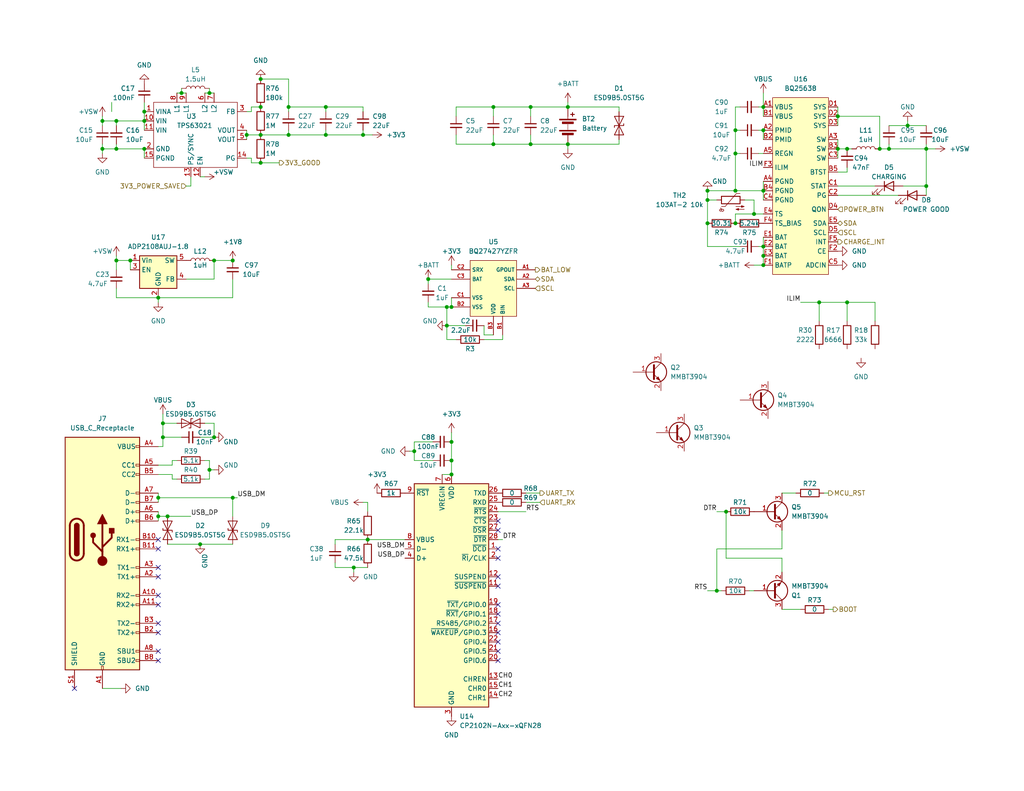
<source format=kicad_sch>
(kicad_sch (version 20230121) (generator eeschema)
  (paper "USLetter")
  (lib_symbols
    (symbol "Connector:USB_C_Receptacle" (pin_names (offset 1.016))
      (property "Reference" "J4" (at 0 33.02 0))
      (property "Value" "USB_C_Receptacle" (at 0 30.48 0))
      (symbol "USB_C_Receptacle_1_1"
        (pin passive line (at 0 -40.64 90) (length 5.08) (name "GND") (number "A1"))
        (pin bidirectional line (at 15.24 -15.24 180) (length 5.08) (name "RX2-") (number "A10"))
        (pin bidirectional line (at 15.24 -17.78 180) (length 5.08) (name "RX2+") (number "A11"))
        (pin passive line (at 0 -40.64 90) (length 5.08) hide (name "GND") (number "A12"))
        (pin bidirectional line (at 15.24 -10.16 180) (length 5.08) (name "TX1+") (number "A2"))
        (pin bidirectional line (at 15.24 -7.62 180) (length 5.08) (name "TX1-") (number "A3"))
        (pin passive line (at 15.24 25.4 180) (length 5.08) (name "VBUS") (number "A4"))
        (pin bidirectional line (at 15.24 20.32 180) (length 5.08) (name "CC1") (number "A5"))
        (pin bidirectional line (at 15.24 7.62 180) (length 5.08) (name "D+") (number "A6"))
        (pin bidirectional line (at 15.24 12.7 180) (length 5.08) (name "D-") (number "A7"))
        (pin bidirectional line (at 15.24 -30.48 180) (length 5.08) (name "SBU1") (number "A8"))
        (pin passive line (at 15.24 25.4 180) (length 5.08) hide (name "VBUS") (number "A9"))
        (pin passive line (at 0 -40.64 90) (length 5.08) hide (name "GND") (number "B1"))
        (pin bidirectional line (at 15.24 0 180) (length 5.08) (name "RX1-") (number "B10"))
        (pin bidirectional line (at 15.24 -2.54 180) (length 5.08) (name "RX1+") (number "B11"))
        (pin passive line (at 0 -40.64 90) (length 5.08) hide (name "GND") (number "B12"))
        (pin bidirectional line (at 15.24 -25.4 180) (length 5.08) (name "TX2+") (number "B2"))
        (pin bidirectional line (at 15.24 -22.86 180) (length 5.08) (name "TX2-") (number "B3"))
        (pin passive line (at 15.24 25.4 180) (length 5.08) hide (name "VBUS") (number "B4"))
        (pin bidirectional line (at 15.24 17.78 180) (length 5.08) (name "CC2") (number "B5"))
        (pin bidirectional line (at 15.24 5.08 180) (length 5.08) (name "D+") (number "B6"))
        (pin bidirectional line (at 15.24 10.16 180) (length 5.08) (name "D-") (number "B7"))
        (pin bidirectional line (at 15.24 -33.02 180) (length 5.08) (name "SBU2") (number "B8"))
        (pin passive line (at 15.24 25.4 180) (length 5.08) hide (name "VBUS") (number "B9"))
        (pin passive line (at -7.62 -40.64 90) (length 5.08) (name "SHIELD") (number "S1"))
      )
    )
    (symbol "Device:Battery" (pin_numbers hide) (pin_names (offset 0) hide)
      (property "Reference" "BT" (at 2.54 2.54 0))
      (property "Value" "Battery" (at 2.54 0 0))
      (symbol "Battery_1_1"
        (pin passive line (at 0 5.08 270) (length 2.54) (name "+") (number "1"))
        (pin passive line (at 0 -5.08 90) (length 2.54) (name "-") (number "2"))
      )
    )
    (symbol "Device:C_Small" (pin_numbers hide) (pin_names (offset 0.254) hide)
      (property "Reference" "C" (at 0.254 1.778 0))
      (property "Value" "C_Small" (at 0.254 -2.032 0))
      (symbol "C_Small_1_1"
        (pin passive line (at 0 2.54 270) (length 2.032) (name "~") (number "1"))
        (pin passive line (at 0 -2.54 90) (length 2.032) (name "~") (number "2"))
      )
    )
    (symbol "Device:L" (pin_numbers hide) (pin_names (offset 1.016) hide)
      (property "Reference" "L" (at -1.27 0 90))
      (property "Value" "L" (at 1.905 0 90))
      (symbol "L_1_1"
        (pin passive line (at 0 3.81 270) (length 1.27) (name "1") (number "1"))
        (pin passive line (at 0 -3.81 90) (length 1.27) (name "2") (number "2"))
      )
    )
    (symbol "Device:LED" (pin_numbers hide) (pin_names (offset 1.016) hide)
      (property "Reference" "D" (at 0 2.54 0))
      (property "Value" "LED" (at 0 -2.54 0))
      (symbol "LED_1_1"
        (pin passive line (at -3.81 0 0) (length 2.54) (name "K") (number "1"))
        (pin passive line (at 3.81 0 180) (length 2.54) (name "A") (number "2"))
      )
    )
    (symbol "Device:R" (pin_numbers hide) (pin_names (offset 0))
      (property "Reference" "R" (at 2.032 0 90))
      (property "Value" "R" (at 0 0 90))
      (symbol "R_1_1"
        (pin passive line (at 0 3.81 270) (length 1.27) (name "~") (number "1"))
        (pin passive line (at 0 -3.81 90) (length 1.27) (name "~") (number "2"))
      )
    )
    (symbol "Device:Thermistor_NTC" (pin_numbers hide) (pin_names (offset 0))
      (property "Reference" "TH" (at -4.445 0 90))
      (property "Value" "Thermistor_NTC" (at 3.175 0 90))
      (symbol "Thermistor_NTC_1_1"
        (pin passive line (at 0 3.81 270) (length 1.27) (name "~") (number "1"))
        (pin passive line (at 0 -3.81 90) (length 1.27) (name "~") (number "2"))
      )
    )
    (symbol "Diode:ESD9B5.0ST5G" (pin_numbers hide) (pin_names (offset 1.016) hide)
      (property "Reference" "D" (at 0 2.54 0))
      (property "Value" "ESD9B5.0ST5G" (at 0 -2.54 0))
      (symbol "ESD9B5.0ST5G_1_1"
        (pin passive line (at -3.81 0 0) (length 2.54) (name "A1") (number "1"))
        (pin passive line (at 3.81 0 180) (length 2.54) (name "A2") (number "2"))
      )
    )
    (symbol "Interface_USB:CP2102N-Axx-xQFN28"
      (property "Reference" "U" (at -8.89 31.75 0))
      (property "Value" "CP2102N-Axx-xQFN28" (at 12.7 31.75 0))
      (symbol "CP2102N-Axx-xQFN28_1_1"
        (pin input line (at 12.7 12.7 180) (length 2.54) (name "~{DCD}") (number "1"))
        (pin no_connect line (at -10.16 -27.94 0) (length 2.54) hide (name "NC") (number "10"))
        (pin output line (at 12.7 2.54 180) (length 2.54) (name "~{SUSPEND}") (number "11"))
        (pin output line (at 12.7 5.08 180) (length 2.54) (name "SUSPEND") (number "12"))
        (pin output line (at 12.7 -22.86 180) (length 2.54) (name "CHREN") (number "13"))
        (pin output line (at 12.7 -27.94 180) (length 2.54) (name "CHR1") (number "14"))
        (pin output line (at 12.7 -25.4 180) (length 2.54) (name "CHR0") (number "15"))
        (pin bidirectional line (at 12.7 -10.16 180) (length 2.54) (name "~{WAKEUP}/GPIO.3") (number "16"))
        (pin bidirectional line (at 12.7 -7.62 180) (length 2.54) (name "RS485/GPIO.2") (number "17"))
        (pin bidirectional line (at 12.7 -5.08 180) (length 2.54) (name "~{RXT}/GPIO.1") (number "18"))
        (pin bidirectional line (at 12.7 -2.54 180) (length 2.54) (name "~{TXT}/GPIO.0") (number "19"))
        (pin bidirectional line (at 12.7 10.16 180) (length 2.54) (name "~{RI}/CLK") (number "2"))
        (pin bidirectional line (at 12.7 -17.78 180) (length 2.54) (name "GPIO.6") (number "20"))
        (pin bidirectional line (at 12.7 -15.24 180) (length 2.54) (name "GPIO.5") (number "21"))
        (pin bidirectional line (at 12.7 -12.7 180) (length 2.54) (name "GPIO.4") (number "22"))
        (pin input line (at 12.7 20.32 180) (length 2.54) (name "~{CTS}") (number "23"))
        (pin output line (at 12.7 22.86 180) (length 2.54) (name "~{RTS}") (number "24"))
        (pin input line (at 12.7 25.4 180) (length 2.54) (name "RXD") (number "25"))
        (pin output line (at 12.7 27.94 180) (length 2.54) (name "TXD") (number "26"))
        (pin input line (at 12.7 17.78 180) (length 2.54) (name "~{DSR}") (number "27"))
        (pin output line (at 12.7 15.24 180) (length 2.54) (name "~{DTR}") (number "28"))
        (pin passive line (at 0 -33.02 90) (length 2.54) hide (name "GND") (number "29"))
        (pin power_in line (at 0 -33.02 90) (length 2.54) (name "GND") (number "3"))
        (pin bidirectional line (at -12.7 10.16 0) (length 2.54) (name "D+") (number "4"))
        (pin bidirectional line (at -12.7 12.7 0) (length 2.54) (name "D-") (number "5"))
        (pin power_in line (at 0 33.02 270) (length 2.54) (name "VDD") (number "6"))
        (pin power_in line (at -2.54 33.02 270) (length 2.54) (name "VREGIN") (number "7"))
        (pin input line (at -12.7 15.24 0) (length 2.54) (name "VBUS") (number "8"))
        (pin input line (at -12.7 27.94 0) (length 2.54) (name "~{RST}") (number "9"))
      )
    )
    (symbol "Regulator_Switching:ADP2108AUJ-1.8"
      (property "Reference" "U" (at -5.08 5.08 0))
      (property "Value" "ADP2108AUJ-1.8" (at 0 5.08 0))
      (symbol "ADP2108AUJ-1.8_1_1"
        (pin power_in line (at -7.62 2.54 0) (length 2.54) (name "Vin") (number "1"))
        (pin power_in line (at 0 -7.62 90) (length 2.54) (name "GND") (number "2"))
        (pin input line (at -7.62 0 0) (length 2.54) (name "EN") (number "3"))
        (pin input line (at 7.62 -2.54 180) (length 2.54) (name "FB") (number "4"))
        (pin input line (at 7.62 2.54 180) (length 2.54) (name "SW") (number "5"))
      )
    )
    (symbol "Transistor_BJT:MMBT3904" (pin_names (offset 0) hide)
      (property "Reference" "Q" (at 5.08 1.905 0))
      (property "Value" "MMBT3904" (at 5.08 0 0))
      (symbol "MMBT3904_1_1"
        (pin input line (at -5.08 0 0) (length 5.715) (name "B") (number "1"))
        (pin passive line (at 2.54 -5.08 90) (length 2.54) (name "E") (number "2"))
        (pin passive line (at 2.54 5.08 270) (length 2.54) (name "C") (number "3"))
      )
    )
    (symbol "custom-lib:BQ25638"
      (property "Reference" "U" (at 0 27.94 0))
      (property "Value" "BQ25638" (at 0 25.4 0))
      (symbol "BQ25638_1_1"
        (pin power_in line (at -10.16 21.59 0) (length 2.54) (name "VBUS") (number "A1"))
        (pin output line (at -10.16 15.24 0) (length 2.54) (name "PMID") (number "A2"))
        (pin power_out line (at 10.16 12.7 180) (length 2.54) (name "SW") (number "A3"))
        (pin power_in line (at -10.16 1.27 0) (length 2.54) (name "PGND") (number "A4"))
        (pin power_out line (at -10.16 8.89 0) (length 2.54) (name "REGN") (number "A5"))
        (pin power_in line (at -10.16 19.05 0) (length 2.54) (name "VBUS") (number "B1"))
        (pin output line (at -10.16 12.7 0) (length 2.54) (name "PMID") (number "B2"))
        (pin power_out line (at 10.16 10.16 180) (length 2.54) (name "SW") (number "B3"))
        (pin power_in line (at -10.16 -1.27 0) (length 2.54) (name "PGND") (number "B4"))
        (pin power_out line (at 10.16 3.81 180) (length 2.54) (name "BTST") (number "B5"))
        (pin output line (at 10.16 0 180) (length 2.54) (name "STAT") (number "C1"))
        (pin output line (at 10.16 -2.54 180) (length 2.54) (name "PG") (number "C2"))
        (pin power_out line (at 10.16 7.62 180) (length 2.54) (name "SW") (number "C3"))
        (pin power_in line (at -10.16 -3.81 0) (length 2.54) (name "PGND") (number "C4"))
        (pin input line (at 10.16 -21.59 180) (length 2.54) (name "ADCIN") (number "C5"))
        (pin power_out line (at 10.16 21.59 180) (length 2.54) (name "SYS") (number "D1"))
        (pin power_out line (at 10.16 19.05 180) (length 2.54) (name "SYS") (number "D2"))
        (pin power_out line (at 10.16 16.51 180) (length 2.54) (name "SYS") (number "D3"))
        (pin input line (at 10.16 -6.35 180) (length 2.54) (name "QON") (number "D4"))
        (pin input line (at 10.16 -12.7 180) (length 2.54) (name "SCL") (number "D5"))
        (pin power_in line (at -10.16 -13.97 0) (length 2.54) (name "BAT") (number "E1"))
        (pin power_in line (at -10.16 -16.51 0) (length 2.54) (name "BAT") (number "E2"))
        (pin power_in line (at -10.16 -19.05 0) (length 2.54) (name "BAT") (number "E3"))
        (pin input line (at -10.16 -7.62 0) (length 2.54) (name "TS") (number "E4"))
        (pin bidirectional line (at 10.16 -10.16 180) (length 2.54) (name "SDA") (number "E5"))
        (pin input line (at -10.16 -21.59 0) (length 2.54) (name "BATP") (number "F1"))
        (pin input line (at 10.16 -17.78 180) (length 2.54) (name "CE") (number "F2"))
        (pin input line (at -10.16 5.08 0) (length 2.54) (name "ILIM") (number "F3"))
        (pin output line (at -10.16 -10.16 0) (length 2.54) (name "TS_BIAS") (number "F4"))
        (pin output line (at 10.16 -15.24 180) (length 2.54) (name "INT") (number "F5"))
      )
    )
    (symbol "custom-lib:BQ27427YZFR"
      (property "Reference" "U" (at 0 11.43 0))
      (property "Value" "BQ27427YZFR" (at 0 8.89 0))
      (symbol "BQ27427YZFR_0_0"
        (pin output line (at 11.43 5.08 180) (length 5.08) (name "GPOUT") (number "A1"))
        (pin bidirectional line (at 11.43 2.54 180) (length 5.08) (name "SDA") (number "A2"))
        (pin input line (at 2.54 -12.7 90) (length 5.08) (name "BIN") (number "B1"))
        (pin power_in line (at -11.43 -5.08 0) (length 5.08) (name "VSS") (number "B2"))
        (pin input line (at -11.43 5.08 0) (length 5.08) (name "SRX") (number "C2"))
        (pin input line (at -11.43 2.54 0) (length 5.08) (name "BAT") (number "C3"))
      )
      (symbol "BQ27427YZFR_1_0"
        (pin input line (at 11.43 0 180) (length 5.08) (name "SCL") (number "A3"))
        (pin power_out line (at 0 -12.7 90) (length 5.08) (name "VDD") (number "B3"))
        (pin power_in line (at -11.43 -2.54 0) (length 5.08) (name "VSS") (number "C1"))
      )
    )
    (symbol "custom-lib:TPS63021"
      (property "Reference" "U" (at 0 5.08 0))
      (property "Value" "TPS63021" (at 0 2.54 0))
      (symbol "TPS63021_1_1"
        (pin power_in line (at -13.97 6.35 0) (length 2.54) (name "VINA") (number "1"))
        (pin power_in line (at -13.97 3.81 0) (length 2.54) (name "VIN") (number "10"))
        (pin power_in line (at -13.97 1.27 0) (length 2.54) (name "VIN") (number "11"))
        (pin input line (at 1.27 -11.43 90) (length 2.54) (name "EN") (number "12"))
        (pin input line (at -1.27 -11.43 90) (length 2.54) (name "PS/SYNC") (number "13"))
        (pin output line (at 13.97 -6.35 180) (length 2.54) (name "PG") (number "14"))
        (pin power_in line (at -13.97 -6.35 0) (length 2.54) (name "PGND") (number "15"))
        (pin power_in line (at -13.97 -3.81 0) (length 2.54) (name "GND") (number "2"))
        (pin power_in line (at 13.97 6.35 180) (length 2.54) (name "FB") (number "3"))
        (pin power_out line (at 13.97 1.27 180) (length 2.54) (name "VOUT") (number "4"))
        (pin power_out line (at 13.97 -1.27 180) (length 2.54) (name "VOUT") (number "5"))
        (pin passive line (at 2.54 11.43 270) (length 2.54) (name "L2") (number "6"))
        (pin passive line (at 5.08 11.43 270) (length 2.54) (name "L2") (number "7"))
        (pin passive line (at -5.08 11.43 270) (length 2.54) (name "L1") (number "8"))
        (pin passive line (at -2.54 11.43 270) (length 2.54) (name "L1") (number "9"))
      )
    )
    (symbol "power:+1V8" (power) (pin_names (offset 0))
      (property "Value" "+1V8" (at 0 3.556 0))
      (symbol "+1V8_1_1"
        (pin power_in line (at 0 0 90) (length 0) hide (name "+1V8") (number "1"))
      )
    )
    (symbol "power:+3V3" (power) (pin_names (offset 0))
      (property "Value" "+3V3" (at 0 3.556 0))
      (symbol "+3V3_1_1"
        (pin power_in line (at 0 0 90) (length 0) hide (name "+3V3") (number "1"))
      )
    )
    (symbol "power:+BATT" (power) (pin_names (offset 0))
      (property "Value" "+BATT" (at 0 3.556 0))
      (symbol "+BATT_1_1"
        (pin power_in line (at 0 0 90) (length 0) hide (name "+BATT") (number "1"))
      )
    )
    (symbol "power:+VSW" (power) (pin_names (offset 0))
      (property "Value" "+VSW" (at 0 3.556 0))
      (symbol "+VSW_1_1"
        (pin power_in line (at 0 0 90) (length 0) hide (name "+VSW") (number "1"))
      )
    )
    (symbol "power:GND" (power) (pin_names (offset 0))
      (property "Value" "GND" (at 0 -3.81 0))
      (symbol "GND_1_1"
        (pin power_in line (at 0 0 270) (length 0) hide (name "GND") (number "1"))
      )
    )
    (symbol "power:VBUS" (power) (pin_names (offset 0))
      (property "Value" "VBUS" (at 0 3.81 0))
      (symbol "VBUS_1_1"
        (pin power_in line (at 0 0 90) (length 0) hide (name "VBUS") (number "1"))
      )
    )
  )
  (junction (at 208.28 69.85))
  (junction (at 144.78 39.37))
  (junction (at 43.18 135.89))
  (junction (at 154.94 29.21))
  (junction (at 240.03 40.64))
  (junction (at 208.28 72.39))
  (junction (at 208.28 52.07))
  (junction (at 193.04 52.07))
  (junction (at 63.5 135.89))
  (junction (at 43.18 81.28))
  (junction (at 39.37 33.02))
  (junction (at 57.15 128.27))
  (junction (at 134.62 39.37))
  (junction (at 113.03 123.19))
  (junction (at 200.66 41.91))
  (junction (at 123.19 83.82))
  (junction (at 134.62 29.21))
  (junction (at 31.75 71.12))
  (junction (at 116.84 76.2))
  (junction (at 208.28 29.21))
  (junction (at 123.19 125.73))
  (junction (at 71.12 29.21))
  (junction (at 193.04 60.96))
  (junction (at 208.28 35.56))
  (junction (at 88.9 36.83))
  (junction (at 58.42 119.38))
  (junction (at 123.19 129.54))
  (junction (at 121.92 83.82))
  (junction (at 67.31 36.83))
  (junction (at 45.72 140.97))
  (junction (at 200.66 60.96))
  (junction (at 242.57 40.64))
  (junction (at 57.15 25.4))
  (junction (at 54.61 148.59))
  (junction (at 27.94 40.64))
  (junction (at 252.73 40.64))
  (junction (at 205.74 58.42))
  (junction (at 231.14 40.64))
  (junction (at 228.6 31.75))
  (junction (at 31.75 33.02))
  (junction (at 58.42 71.12))
  (junction (at 228.6 40.64))
  (junction (at 195.58 161.29))
  (junction (at 154.94 39.37))
  (junction (at 247.65 34.29))
  (junction (at 200.66 52.07))
  (junction (at 231.14 82.55))
  (junction (at 71.12 44.45))
  (junction (at 100.33 147.32))
  (junction (at 96.52 154.94))
  (junction (at 121.92 88.9))
  (junction (at 200.66 35.56))
  (junction (at 27.94 33.02))
  (junction (at 44.45 119.38))
  (junction (at 78.74 29.21))
  (junction (at 198.12 139.7))
  (junction (at 39.37 30.48))
  (junction (at 31.75 40.64))
  (junction (at 71.12 21.59))
  (junction (at 252.73 50.8))
  (junction (at 88.9 29.21))
  (junction (at 49.53 25.4))
  (junction (at 63.5 71.12))
  (junction (at 44.45 115.57))
  (junction (at 223.52 82.55))
  (junction (at 144.78 29.21))
  (junction (at 208.28 67.31))
  (junction (at 78.74 36.83))
  (junction (at 43.18 140.97))
  (junction (at 39.37 40.64))
  (junction (at 35.56 71.12))
  (junction (at 99.06 36.83))
  (junction (at 71.12 36.83))
  (junction (at 193.04 54.61))
  (junction (at 123.19 120.65))
  (no_connect (at 135.89 152.4))
  (no_connect (at 43.18 180.34))
  (no_connect (at 43.18 162.56))
  (no_connect (at 43.18 149.86))
  (no_connect (at 43.18 147.32))
  (no_connect (at 43.18 165.1))
  (no_connect (at 135.89 170.18))
  (no_connect (at 43.18 157.48))
  (no_connect (at 135.89 165.1))
  (no_connect (at 20.32 187.96))
  (no_connect (at 135.89 142.24))
  (no_connect (at 135.89 144.78))
  (no_connect (at 43.18 154.94))
  (no_connect (at 135.89 172.72))
  (no_connect (at 135.89 175.26))
  (no_connect (at 135.89 167.64))
  (no_connect (at 43.18 177.8))
  (no_connect (at 135.89 157.48))
  (no_connect (at 135.89 160.02))
  (no_connect (at 43.18 170.18))
  (no_connect (at 135.89 180.34))
  (no_connect (at 135.89 149.86))
  (no_connect (at 135.89 177.8))
  (no_connect (at 43.18 172.72))
  (wire (pts (xy 58.42 76.2) (xy 58.42 71.12)))
  (wire (pts (xy 39.37 40.64) (xy 39.37 43.18)))
  (wire (pts (xy 208.28 35.56) (xy 208.28 38.1)))
  (wire (pts (xy 91.44 154.94) (xy 96.52 154.94)))
  (wire (pts (xy 43.18 134.62) (xy 43.18 135.89)))
  (wire (pts (xy 68.58 29.21) (xy 71.12 29.21)))
  (wire (pts (xy 231.14 46.99) (xy 231.14 45.72)))
  (wire (pts (xy 223.52 82.55) (xy 231.14 82.55)))
  (wire (pts (xy 168.91 29.21) (xy 168.91 30.48)))
  (wire (pts (xy 116.84 82.55) (xy 116.84 83.82)))
  (wire (pts (xy 100.33 137.16) (xy 99.06 137.16)))
  (wire (pts (xy 67.31 36.83) (xy 71.12 36.83)))
  (wire (pts (xy 195.58 139.7) (xy 198.12 139.7)))
  (wire (pts (xy 123.19 72.39) (xy 123.19 73.66)))
  (wire (pts (xy 27.94 33.02) (xy 31.75 33.02)))
  (wire (pts (xy 205.74 54.61) (xy 205.74 58.42)))
  (wire (pts (xy 193.04 67.31) (xy 201.93 67.31)))
  (wire (pts (xy 193.04 161.29) (xy 195.58 161.29)))
  (wire (pts (xy 88.9 29.21) (xy 88.9 30.48)))
  (wire (pts (xy 205.74 58.42) (xy 208.28 58.42)))
  (wire (pts (xy 44.45 115.57) (xy 48.26 115.57)))
  (wire (pts (xy 31.75 73.66) (xy 31.75 71.12)))
  (wire (pts (xy 228.6 29.21) (xy 228.6 31.75)))
  (wire (pts (xy 78.74 29.21) (xy 88.9 29.21)))
  (wire (pts (xy 63.5 81.28) (xy 43.18 81.28)))
  (wire (pts (xy 27.94 31.75) (xy 27.94 33.02)))
  (wire (pts (xy 223.52 82.55) (xy 223.52 87.63)))
  (wire (pts (xy 54.61 148.59) (xy 63.5 148.59)))
  (wire (pts (xy 224.79 134.62) (xy 226.06 134.62)))
  (wire (pts (xy 91.44 147.32) (xy 91.44 148.59)))
  (wire (pts (xy 45.72 140.97) (xy 52.07 140.97)))
  (wire (pts (xy 193.04 52.07) (xy 193.04 54.61)))
  (wire (pts (xy 240.03 31.75) (xy 228.6 31.75)))
  (wire (pts (xy 35.56 71.12) (xy 35.56 73.66)))
  (wire (pts (xy 123.19 120.65) (xy 123.19 125.73)))
  (wire (pts (xy 31.75 78.74) (xy 31.75 81.28)))
  (wire (pts (xy 31.75 81.28) (xy 43.18 81.28)))
  (wire (pts (xy 208.28 67.31) (xy 208.28 69.85)))
  (wire (pts (xy 154.94 27.94) (xy 154.94 29.21)))
  (wire (pts (xy 238.76 87.63) (xy 238.76 82.55)))
  (wire (pts (xy 121.92 88.9) (xy 121.92 83.82)))
  (wire (pts (xy 168.91 38.1) (xy 168.91 39.37)))
  (wire (pts (xy 238.76 82.55) (xy 231.14 82.55)))
  (wire (pts (xy 100.33 147.32) (xy 91.44 147.32)))
  (wire (pts (xy 88.9 36.83) (xy 78.74 36.83)))
  (wire (pts (xy 100.33 147.32) (xy 110.49 147.32)))
  (wire (pts (xy 124.46 92.71) (xy 121.92 92.71)))
  (wire (pts (xy 200.66 41.91) (xy 200.66 52.07)))
  (wire (pts (xy 200.66 35.56) (xy 201.93 35.56)))
  (wire (pts (xy 67.31 30.48) (xy 68.58 30.48)))
  (wire (pts (xy 196.85 161.29) (xy 195.58 161.29)))
  (wire (pts (xy 67.31 36.83) (xy 67.31 38.1)))
  (wire (pts (xy 46.99 127) (xy 43.18 127)))
  (wire (pts (xy 44.45 119.38) (xy 49.53 119.38)))
  (wire (pts (xy 231.14 82.55) (xy 231.14 87.63)))
  (wire (pts (xy 113.03 125.73) (xy 118.11 125.73)))
  (wire (pts (xy 78.74 30.48) (xy 78.74 29.21)))
  (wire (pts (xy 124.46 29.21) (xy 124.46 31.75)))
  (wire (pts (xy 44.45 113.03) (xy 44.45 115.57)))
  (wire (pts (xy 200.66 52.07) (xy 208.28 52.07)))
  (wire (pts (xy 252.73 50.8) (xy 252.73 53.34)))
  (wire (pts (xy 255.27 40.64) (xy 252.73 40.64)))
  (wire (pts (xy 44.45 115.57) (xy 44.45 119.38)))
  (wire (pts (xy 228.6 53.34) (xy 245.11 53.34)))
  (wire (pts (xy 48.26 125.73) (xy 46.99 125.73)))
  (wire (pts (xy 154.94 40.64) (xy 154.94 39.37)))
  (wire (pts (xy 240.03 40.64) (xy 240.03 31.75)))
  (wire (pts (xy 137.16 92.71) (xy 137.16 91.44)))
  (wire (pts (xy 96.52 154.94) (xy 96.52 156.21)))
  (wire (pts (xy 228.6 31.75) (xy 228.6 34.29)))
  (wire (pts (xy 113.03 120.65) (xy 113.03 123.19)))
  (wire (pts (xy 68.58 43.18) (xy 68.58 44.45)))
  (wire (pts (xy 213.36 149.86) (xy 213.36 144.78)))
  (wire (pts (xy 195.58 149.86) (xy 213.36 149.86)))
  (wire (pts (xy 144.78 39.37) (xy 144.78 36.83)))
  (wire (pts (xy 242.57 39.37) (xy 242.57 40.64)))
  (wire (pts (xy 144.78 29.21) (xy 134.62 29.21)))
  (wire (pts (xy 27.94 40.64) (xy 27.94 39.37)))
  (wire (pts (xy 67.31 43.18) (xy 68.58 43.18)))
  (wire (pts (xy 116.84 77.47) (xy 116.84 76.2)))
  (wire (pts (xy 147.32 137.16) (xy 143.51 137.16)))
  (wire (pts (xy 52.07 50.8) (xy 52.07 48.26)))
  (wire (pts (xy 134.62 36.83) (xy 134.62 39.37)))
  (wire (pts (xy 58.42 119.38) (xy 54.61 119.38)))
  (wire (pts (xy 113.03 120.65) (xy 118.11 120.65)))
  (wire (pts (xy 144.78 29.21) (xy 144.78 31.75)))
  (wire (pts (xy 31.75 33.02) (xy 31.75 34.29)))
  (wire (pts (xy 71.12 21.59) (xy 78.74 21.59)))
  (wire (pts (xy 39.37 27.94) (xy 39.37 30.48)))
  (wire (pts (xy 231.14 40.64) (xy 228.6 40.64)))
  (wire (pts (xy 124.46 39.37) (xy 134.62 39.37)))
  (wire (pts (xy 154.94 29.21) (xy 168.91 29.21)))
  (wire (pts (xy 58.42 71.12) (xy 63.5 71.12)))
  (wire (pts (xy 147.32 134.62) (xy 143.51 134.62)))
  (wire (pts (xy 31.75 39.37) (xy 31.75 40.64)))
  (wire (pts (xy 43.18 140.97) (xy 43.18 142.24)))
  (wire (pts (xy 49.53 24.13) (xy 49.53 25.4)))
  (wire (pts (xy 55.88 115.57) (xy 58.42 115.57)))
  (wire (pts (xy 200.66 35.56) (xy 200.66 41.91)))
  (wire (pts (xy 57.15 25.4) (xy 58.42 25.4)))
  (wire (pts (xy 137.16 147.32) (xy 135.89 147.32)))
  (wire (pts (xy 39.37 33.02) (xy 39.37 35.56)))
  (wire (pts (xy 208.28 52.07) (xy 208.28 54.61)))
  (wire (pts (xy 46.99 130.81) (xy 46.99 129.54)))
  (wire (pts (xy 45.72 148.59) (xy 54.61 148.59)))
  (wire (pts (xy 168.91 39.37) (xy 154.94 39.37)))
  (wire (pts (xy 39.37 40.64) (xy 31.75 40.64)))
  (wire (pts (xy 99.06 36.83) (xy 88.9 36.83)))
  (wire (pts (xy 203.2 54.61) (xy 205.74 54.61)))
  (wire (pts (xy 204.47 161.29) (xy 205.74 161.29)))
  (wire (pts (xy 198.12 139.7) (xy 198.12 152.4)))
  (wire (pts (xy 58.42 128.27) (xy 57.15 128.27)))
  (wire (pts (xy 46.99 125.73) (xy 46.99 127)))
  (wire (pts (xy 200.66 41.91) (xy 201.93 41.91)))
  (wire (pts (xy 134.62 29.21) (xy 134.62 31.75)))
  (wire (pts (xy 49.53 25.4) (xy 50.8 25.4)))
  (wire (pts (xy 195.58 161.29) (xy 195.58 149.86)))
  (wire (pts (xy 252.73 39.37) (xy 252.73 40.64)))
  (wire (pts (xy 121.92 88.9) (xy 127 88.9)))
  (wire (pts (xy 247.65 34.29) (xy 247.65 33.02)))
  (wire (pts (xy 44.45 121.92) (xy 43.18 121.92)))
  (wire (pts (xy 208.28 29.21) (xy 208.28 31.75)))
  (wire (pts (xy 48.26 25.4) (xy 49.53 25.4)))
  (wire (pts (xy 242.57 34.29) (xy 247.65 34.29)))
  (wire (pts (xy 132.08 92.71) (xy 137.16 92.71)))
  (wire (pts (xy 68.58 44.45) (xy 71.12 44.45)))
  (wire (pts (xy 116.84 83.82) (xy 121.92 83.82)))
  (wire (pts (xy 99.06 35.56) (xy 99.06 36.83)))
  (wire (pts (xy 111.76 123.19) (xy 113.03 123.19)))
  (wire (pts (xy 116.84 76.2) (xy 123.19 76.2)))
  (wire (pts (xy 218.44 82.55) (xy 223.52 82.55)))
  (wire (pts (xy 124.46 36.83) (xy 124.46 39.37)))
  (wire (pts (xy 252.73 40.64) (xy 252.73 50.8)))
  (wire (pts (xy 132.08 88.9) (xy 132.08 91.44)))
  (wire (pts (xy 193.04 54.61) (xy 193.04 60.96)))
  (wire (pts (xy 101.6 36.83) (xy 99.06 36.83)))
  (wire (pts (xy 207.01 67.31) (xy 208.28 67.31)))
  (wire (pts (xy 228.6 50.8) (xy 238.76 50.8)))
  (wire (pts (xy 91.44 153.67) (xy 91.44 154.94)))
  (wire (pts (xy 63.5 76.2) (xy 63.5 81.28)))
  (wire (pts (xy 134.62 39.37) (xy 144.78 39.37)))
  (wire (pts (xy 30.48 27.94) (xy 30.48 30.48)))
  (wire (pts (xy 193.04 60.96) (xy 193.04 67.31)))
  (wire (pts (xy 43.18 82.55) (xy 43.18 81.28)))
  (wire (pts (xy 31.75 33.02) (xy 39.37 33.02)))
  (wire (pts (xy 31.75 69.85) (xy 31.75 71.12)))
  (wire (pts (xy 208.28 69.85) (xy 208.28 72.39)))
  (wire (pts (xy 121.92 92.71) (xy 121.92 88.9)))
  (wire (pts (xy 88.9 35.56) (xy 88.9 36.83)))
  (wire (pts (xy 121.92 83.82) (xy 123.19 83.82)))
  (wire (pts (xy 43.18 135.89) (xy 43.18 137.16)))
  (wire (pts (xy 228.6 46.99) (xy 231.14 46.99)))
  (wire (pts (xy 99.06 29.21) (xy 99.06 30.48)))
  (wire (pts (xy 246.38 50.8) (xy 252.73 50.8)))
  (wire (pts (xy 200.66 60.96) (xy 200.66 58.42)))
  (wire (pts (xy 55.88 25.4) (xy 57.15 25.4)))
  (wire (pts (xy 57.15 24.13) (xy 57.15 25.4)))
  (wire (pts (xy 120.65 129.54) (xy 123.19 129.54)))
  (wire (pts (xy 113.03 123.19) (xy 113.03 125.73)))
  (wire (pts (xy 144.78 29.21) (xy 154.94 29.21)))
  (wire (pts (xy 232.41 40.64) (xy 231.14 40.64)))
  (wire (pts (xy 193.04 54.61) (xy 195.58 54.61)))
  (wire (pts (xy 31.75 40.64) (xy 27.94 40.64)))
  (wire (pts (xy 57.15 125.73) (xy 55.88 125.73)))
  (wire (pts (xy 132.08 91.44) (xy 134.62 91.44)))
  (wire (pts (xy 57.15 130.81) (xy 55.88 130.81)))
  (wire (pts (xy 46.99 129.54) (xy 43.18 129.54)))
  (wire (pts (xy 213.36 134.62) (xy 217.17 134.62)))
  (wire (pts (xy 247.65 34.29) (xy 252.73 34.29)))
  (wire (pts (xy 242.57 40.64) (xy 240.03 40.64)))
  (wire (pts (xy 88.9 29.21) (xy 99.06 29.21)))
  (wire (pts (xy 123.19 81.28) (xy 123.19 83.82)))
  (wire (pts (xy 207.01 35.56) (xy 208.28 35.56)))
  (wire (pts (xy 58.42 115.57) (xy 58.42 119.38)))
  (wire (pts (xy 100.33 139.7) (xy 100.33 137.16)))
  (wire (pts (xy 154.94 39.37) (xy 144.78 39.37)))
  (wire (pts (xy 207.01 41.91) (xy 208.28 41.91)))
  (wire (pts (xy 78.74 36.83) (xy 71.12 36.83)))
  (wire (pts (xy 226.06 166.37) (xy 227.33 166.37)))
  (wire (pts (xy 63.5 135.89) (xy 64.77 135.89)))
  (wire (pts (xy 57.15 125.73) (xy 57.15 128.27)))
  (wire (pts (xy 200.66 35.56) (xy 200.66 29.21)))
  (wire (pts (xy 123.19 118.11) (xy 123.19 120.65)))
  (wire (pts (xy 242.57 40.64) (xy 252.73 40.64)))
  (wire (pts (xy 205.74 72.39) (xy 208.28 72.39)))
  (wire (pts (xy 67.31 35.56) (xy 67.31 36.83)))
  (wire (pts (xy 143.51 139.7) (xy 135.89 139.7)))
  (wire (pts (xy 57.15 128.27) (xy 57.15 130.81)))
  (wire (pts (xy 43.18 140.97) (xy 45.72 140.97)))
  (wire (pts (xy 78.74 21.59) (xy 78.74 29.21)))
  (wire (pts (xy 31.75 71.12) (xy 35.56 71.12)))
  (wire (pts (xy 193.04 52.07) (xy 200.66 52.07)))
  (wire (pts (xy 68.58 30.48) (xy 68.58 29.21)))
  (wire (pts (xy 44.45 119.38) (xy 44.45 121.92)))
  (wire (pts (xy 27.94 41.91) (xy 27.94 40.64)))
  (wire (pts (xy 27.94 33.02) (xy 27.94 34.29)))
  (wire (pts (xy 200.66 58.42) (xy 205.74 58.42)))
  (wire (pts (xy 78.74 35.56) (xy 78.74 36.83)))
  (wire (pts (xy 50.8 76.2) (xy 58.42 76.2)))
  (wire (pts (xy 198.12 152.4) (xy 213.36 152.4)))
  (wire (pts (xy 96.52 154.94) (xy 100.33 154.94)))
  (wire (pts (xy 228.6 38.1) (xy 228.6 40.64)))
  (wire (pts (xy 123.19 129.54) (xy 123.19 125.73)))
  (wire (pts (xy 43.18 135.89) (xy 63.5 135.89)))
  (wire (pts (xy 76.2 44.45) (xy 71.12 44.45)))
  (wire (pts (xy 48.26 130.81) (xy 46.99 130.81)))
  (wire (pts (xy 200.66 29.21) (xy 201.93 29.21)))
  (wire (pts (xy 63.5 135.89) (xy 63.5 140.97)))
  (wire (pts (xy 208.28 49.53) (xy 208.28 52.07)))
  (wire (pts (xy 213.36 166.37) (xy 218.44 166.37)))
  (wire (pts (xy 213.36 152.4) (xy 213.36 156.21)))
  (wire (pts (xy 54.61 48.26) (xy 55.88 48.26)))
  (wire (pts (xy 134.62 29.21) (xy 124.46 29.21)))
  (wire (pts (xy 43.18 139.7) (xy 43.18 140.97)))
  (wire (pts (xy 50.8 50.8) (xy 52.07 50.8)))
  (wire (pts (xy 39.37 30.48) (xy 39.37 33.02)))
  (wire (pts (xy 228.6 40.64) (xy 228.6 43.18)))
  (wire (pts (xy 208.28 25.4) (xy 208.28 29.21)))
  (wire (pts (xy 33.02 187.96) (xy 27.94 187.96)))
  (wire (pts (xy 207.01 29.21) (xy 208.28 29.21)))
  (wire (pts (xy 208.28 64.77) (xy 208.28 67.31)))
  (label "CH1" (at 135.89 187.96 0))
  (label "ILIM" (at 208.28 45.72 180))
  (label "USB_DM" (at 64.77 135.89 0))
  (label "RTS" (at 193.04 161.29 180))
  (label "USB_DP" (at 52.07 140.97 0))
  (label "CH0" (at 135.89 185.42 0))
  (label "USB_DM" (at 110.49 149.86 180))
  (label "ILIM" (at 218.44 82.55 180))
  (label "DTR" (at 195.58 139.7 180))
  (label "DTR" (at 137.16 147.32 0))
  (label "CH2" (at 135.89 190.5 0))
  (label "USB_DP" (at 110.49 152.4 180))
  (label "RTS" (at 143.51 139.7 0))
  (hierarchical_label "CHARGE_INT" (shape output) (at 228.6 66.04 0))
  (hierarchical_label "SCL" (shape input) (at 228.6 63.5 0))
  (hierarchical_label "SDA" (shape bidirectional) (at 146.05 76.2 0))
  (hierarchical_label "UART_TX" (shape output) (at 147.32 134.62 0))
  (hierarchical_label "BAT_LOW" (shape output) (at 146.05 73.66 0))
  (hierarchical_label "UART_RX" (shape input) (at 147.32 137.16 0))
  (hierarchical_label "SDA" (shape bidirectional) (at 228.6 60.96 0))
  (hierarchical_label "POWER_BTN" (shape input) (at 228.6 57.15 0))
  (hierarchical_label "MCU_RST" (shape output) (at 226.06 134.62 0))
  (hierarchical_label "SCL" (shape input) (at 146.05 78.74 0))
  (hierarchical_label "BOOT" (shape output) (at 227.33 166.37 0))
  (hierarchical_label "3V3_POWER_SAVE" (shape input) (at 50.8 50.8 180))
  (hierarchical_label "3V3_GOOD" (shape output) (at 76.2 44.45 0))
  (symbol (lib_id "power:GND") (at 247.65 33.02 180) (unit 1)
    (property "Reference" "#PWR0113" (effects hide))
    (property "Value" "GND" (at 247.65 29.21 0))
  )
  (symbol (lib_id "power:GND") (at 33.02 187.96 90) (unit 1)
    (property "Reference" "#PWR024" (effects hide))
    (property "Value" "GND" (at 36.83 187.96 90) (effects (justify right)))
  )
  (symbol (lib_id "Device:C_Small") (at 88.9 33.02 0) (unit 1)
    (property "Reference" "C29" (at 91.44 31.75 0) (effects (justify left)))
    (property "Value" "22uF" (at 91.44 34.29 0) (effects (justify left)))
  )
  (symbol (lib_id "Transistor_BJT:MMBT3904") (at 184.15 118.11 0) (unit 1)
    (property "Reference" "Q3" (at 189.23 116.84 0) (effects (justify left)))
    (property "Value" "MMBT3904" (at 189.23 119.38 0) (effects (justify left)))
    (property "Footprint" "Package_TO_SOT_SMD:SOT-23" (effects hide))
    (property "Datasheet" "https://www.onsemi.com/pdf/datasheet/pzt3904-d.pdf" (effects hide))
  )
  (symbol (lib_id "Device:R") (at 71.12 25.4 0) (unit 1)
    (property "Reference" "R76" (at 72.39 24.13 0) (effects (justify left)))
    (property "Value" "180k" (at 72.39 26.67 0) (effects (justify left)))
  )
  (symbol (lib_id "power:+VSW") (at 55.88 48.26 270) (unit 1)
    (property "Reference" "#PWR073" (effects hide))
    (property "Value" "+VSW" (at 60.96 46.99 90))
  )
  (symbol (lib_id "Device:R") (at 100.33 151.13 180) (unit 1)
    (property "Reference" "R66" (at 96.52 149.86 0))
    (property "Value" "47.5k" (at 96.52 152.4 0))
  )
  (symbol (lib_id "Device:R") (at 71.12 40.64 0) (unit 1)
    (property "Reference" "R78" (at 72.39 39.37 0) (effects (justify left)))
    (property "Value" "1M" (at 72.39 41.91 0) (effects (justify left)))
  )
  (symbol (lib_id "power:+BATT") (at 205.74 72.39 90) (unit 1)
    (property "Reference" "#PWR0109" (effects hide))
    (property "Value" "+BATT" (at 201.93 72.39 90) (effects (justify left)))
  )
  (symbol (lib_id "Transistor_BJT:MMBT3904") (at 207.01 109.22 0) (unit 1)
    (property "Reference" "Q4" (at 212.09 107.95 0) (effects (justify left)))
    (property "Value" "MMBT3904" (at 212.09 110.49 0) (effects (justify left)))
    (property "Footprint" "Package_TO_SOT_SMD:SOT-23" (effects hide))
    (property "Datasheet" "https://www.onsemi.com/pdf/datasheet/pzt3904-d.pdf" (effects hide))
  )
  (symbol (lib_id "Device:R") (at 222.25 166.37 90) (unit 1)
    (property "Reference" "R73" (at 222.25 163.83 90))
    (property "Value" "0" (at 222.25 166.37 90))
  )
  (symbol (lib_id "Diode:ESD9B5.0ST5G") (at 52.07 115.57 0) (unit 1)
    (property "Reference" "D3" (at 52.07 110.49 0))
    (property "Value" "ESD9B5.0ST5G" (at 52.07 113.03 0))
    (property "Footprint" "Diode_SMD:D_SOD-923" (effects hide))
    (property "Datasheet" "https://www.onsemi.com/pub/Collateral/ESD9B-D.PDF" (effects hide))
  )
  (symbol (lib_id "Device:R") (at 139.7 137.16 90) (unit 1)
    (property "Reference" "R69" (at 144.78 135.89 90))
    (property "Value" "0" (at 139.7 137.16 90))
  )
  (symbol (lib_id "power:+3V3") (at 102.87 134.62 0) (unit 1)
    (property "Reference" "#PWR0104" (effects hide))
    (property "Value" "+3V3" (at 102.87 129.54 0))
  )
  (symbol (lib_id "Transistor_BJT:MMBT3904") (at 177.8 101.6 0) (unit 1)
    (property "Reference" "Q2" (at 182.88 100.33 0) (effects (justify left)))
    (property "Value" "MMBT3904" (at 182.88 102.87 0) (effects (justify left)))
    (property "Footprint" "Package_TO_SOT_SMD:SOT-23" (effects hide))
    (property "Datasheet" "https://www.onsemi.com/pdf/datasheet/pzt3904-d.pdf" (effects hide))
  )
  (symbol (lib_id "Device:R") (at 231.14 91.44 0) (unit 1)
    (property "Reference" "R17" (at 227.33 90.17 0))
    (property "Value" "6666" (at 227.33 92.71 0))
  )
  (symbol (lib_id "power:GND") (at 228.6 68.58 90) (unit 1)
    (property "Reference" "#PWR0111" (effects hide))
    (property "Value" "GND" (at 232.41 68.58 90) (effects (justify right)))
  )
  (symbol (lib_id "Device:C_Small") (at 120.65 120.65 270) (mirror x) (unit 1)
    (property "Reference" "C88" (at 116.84 119.38 90))
    (property "Value" "100nF" (at 116.84 121.92 90))
  )
  (symbol (lib_id "power:GND") (at 96.52 156.21 0) (unit 1)
    (property "Reference" "#PWR094" (effects hide))
    (property "Value" "GND" (at 99.06 157.48 0) (effects (justify left)))
  )
  (symbol (lib_id "Device:LED") (at 242.57 50.8 0) (unit 1)
    (property "Reference" "D5" (at 242.57 45.72 0))
    (property "Value" "CHARGING" (at 242.57 48.26 0))
  )
  (symbol (lib_id "Device:L") (at 54.61 71.12 90) (unit 1)
    (property "Reference" "L12" (at 54.61 68.58 90))
    (property "Value" "1uH" (at 54.61 72.39 90))
  )
  (symbol (lib_id "Device:R") (at 106.68 134.62 90) (unit 1)
    (property "Reference" "R67" (at 106.68 132.08 90))
    (property "Value" "1k" (at 106.68 134.62 90))
  )
  (symbol (lib_id "Device:R") (at 200.66 161.29 90) (unit 1)
    (property "Reference" "R70" (at 200.66 158.75 90))
    (property "Value" "10k" (at 200.66 161.29 90))
  )
  (symbol (lib_id "power:VBUS") (at 99.06 137.16 90) (unit 1)
    (property "Reference" "#PWR0103" (effects hide))
    (property "Value" "VBUS" (at 95.25 137.16 90) (effects (justify left)))
  )
  (symbol (lib_id "Diode:ESD9B5.0ST5G") (at 45.72 144.78 90) (unit 1)
    (property "Reference" "D2" (at 54.61 143.51 90))
    (property "Value" "ESD9B5.0ST5G" (at 54.61 146.05 90))
    (property "Footprint" "Diode_SMD:D_SOD-923" (effects hide))
    (property "Datasheet" "https://www.onsemi.com/pub/Collateral/ESD9B-D.PDF" (effects hide))
  )
  (symbol (lib_id "power:+1V8") (at 63.5 71.12 0) (unit 1)
    (property "Reference" "#PWR0119" (effects hide))
    (property "Value" "+1V8" (at 63.5 66.04 0))
  )
  (symbol (lib_id "custom-lib:BQ25638") (at 218.44 50.8 0) (unit 1)
    (property "Reference" "U16" (at 218.44 21.59 0))
    (property "Value" "BQ25638" (at 218.44 24.13 0))
    (property "Footprint" "custom-lib:Texas_DSBGA-30_2.0x2.4mm_Layout5x6_P0.4mm" (effects hide))
    (property "Datasheet" "https://www.ti.com/lit/ds/symlink/bq25638.pdf?ts=1717946147567&ref_url=https%253A%252F%252Fwww.ti.com%252Fbattery-management%252Fcharger-ics%252Fproducts.html" (effects hide))
  )
  (symbol (lib_id "Device:R") (at 201.93 139.7 90) (unit 1)
    (property "Reference" "R71" (at 201.93 137.16 90))
    (property "Value" "10k" (at 201.93 139.7 90))
  )
  (symbol (lib_id "Device:R") (at 223.52 91.44 0) (unit 1)
    (property "Reference" "R30" (at 219.71 90.17 0))
    (property "Value" "2222" (at 219.71 92.71 0))
  )
  (symbol (lib_id "custom-lib:TPS63021") (at 53.34 36.83 0) (unit 1)
    (property "Reference" "U3" (at 50.8 31.75 0) (effects (justify left)))
    (property "Value" "TPS63021" (at 48.26 34.29 0) (effects (justify left)))
    (property "Footprint" "custom-lib:Texas_VSON-14_3x4mm_ThermalPad" (effects hide))
    (property "Datasheet" "https://www.ti.com/lit/ds/symlink/tps63021.pdf?HQS=dis-dk-null-digikeymode-dsf-pf-null-wwe&ts=1717957442188&ref_url=https%253A%252F%252Fwww.ti.com%252Fgeneral%252Fdocs%252Fsuppproductinfo.tsp%253FdistId%253D10%2526gotoUrl%253Dhttps%253A%252F%252Fwww.ti.com%252Flit%252Fgpn%252Ftps63021" (effects hide))
  )
  (symbol (lib_id "Device:C_Small") (at 31.75 36.83 0) (mirror x) (unit 1)
    (property "Reference" "C16" (at 34.29 35.56 0) (effects (justify left)))
    (property "Value" "10uF" (at 34.29 38.1 0) (effects (justify left)))
  )
  (symbol (lib_id "power:GND") (at 58.42 119.38 90) (unit 1)
    (property "Reference" "#PWR0101" (effects hide))
    (property "Value" "GND" (at 60.96 120.65 90) (effects (justify right)))
  )
  (symbol (lib_id "Device:R") (at 238.76 91.44 0) (unit 1)
    (property "Reference" "R18" (at 234.95 90.17 0))
    (property "Value" "33k" (at 234.95 92.71 0))
  )
  (symbol (lib_id "Device:C_Small") (at 27.94 36.83 0) (mirror y) (unit 1)
    (property "Reference" "C15" (at 25.4 35.56 0) (effects (justify left)))
    (property "Value" "10uF" (at 25.4 38.1 0) (effects (justify left)))
  )
  (symbol (lib_id "Device:C_Small") (at 252.73 36.83 180) (unit 1)
    (property "Reference" "C96" (at 256.54 35.56 0))
    (property "Value" "10uF" (at 256.54 38.1 0))
  )
  (symbol (lib_id "Device:LED") (at 248.92 53.34 0) (unit 1)
    (property "Reference" "D8" (at 252.73 54.61 0))
    (property "Value" "POWER GOOD" (at 252.73 57.15 0))
  )
  (symbol (lib_id "Device:C_Small") (at 120.65 125.73 90) (unit 1)
    (property "Reference" "C89" (at 116.84 124.46 90))
    (property "Value" "10uF" (at 116.84 127 90))
  )
  (symbol (lib_id "Device:C_Small") (at 99.06 33.02 0) (unit 1)
    (property "Reference" "C98" (at 101.6 31.75 0) (effects (justify left)))
    (property "Value" "22uF" (at 101.6 34.29 0) (effects (justify left)))
  )
  (symbol (lib_id "power:+3V3") (at 101.6 36.83 270) (unit 1)
    (property "Reference" "#PWR0120" (effects hide))
    (property "Value" "+3V3" (at 105.41 36.83 90) (effects (justify left)))
  )
  (symbol (lib_id "power:+VSW") (at 27.94 31.75 0) (unit 1)
    (property "Reference" "#PWR036" (effects hide))
    (property "Value" "+VSW" (at 24.13 30.48 0))
  )
  (symbol (lib_id "Device:R") (at 100.33 143.51 180) (unit 1)
    (property "Reference" "R65" (at 96.52 142.24 0))
    (property "Value" "22.1k" (at 96.52 144.78 0))
  )
  (symbol (lib_id "Device:R") (at 204.47 60.96 90) (unit 1)
    (property "Reference" "R75" (at 204.47 63.5 90))
    (property "Value" "5.24k" (at 204.47 60.96 90))
  )
  (symbol (lib_id "Device:R") (at 71.12 33.02 0) (unit 1)
    (property "Reference" "R77" (at 72.39 31.75 0) (effects (justify left)))
    (property "Value" "1M" (at 72.39 34.29 0) (effects (justify left)))
  )
  (symbol (lib_id "Device:Thermistor_NTC") (at 199.39 54.61 90) (unit 1)
    (property "Reference" "TH2" (at 185.42 53.34 90))
    (property "Value" "103AT-2 10k" (at 185.42 55.88 90))
  )
  (symbol (lib_id "Connector:USB_C_Receptacle") (at 27.94 147.32 0) (unit 1)
    (property "Reference" "J7" (at 27.94 114.3 0))
    (property "Value" "USB_C_Receptacle" (at 27.94 116.84 0))
    (property "Footprint" "Connector_USB:USB_C_Receptacle_GCT_USB4105-xx-A_16P_TopMnt_Horizontal" (effects hide))
    (property "Datasheet" "https://www.usb.org/sites/default/files/documents/usb_type-c.zip" (effects hide))
  )
  (symbol (lib_id "Device:C_Small") (at 63.5 73.66 0) (unit 1)
    (property "Reference" "C97" (at 68.58 72.39 0))
    (property "Value" "10uF" (at 68.58 74.93 0))
  )
  (symbol (lib_id "power:GND") (at 71.12 21.59 180) (unit 1)
    (property "Reference" "#PWR0117" (effects hide))
    (property "Value" "GND" (at 71.12 16.51 0))
  )
  (symbol (lib_id "Device:R") (at 196.85 60.96 90) (unit 1)
    (property "Reference" "R74" (at 196.85 63.5 90))
    (property "Value" "30.31" (at 196.85 60.96 90))
  )
  (symbol (lib_id "Diode:ESD9B5.0ST5G") (at 168.91 34.29 270) (mirror x) (unit 1)
    (property "Reference" "D1" (at 168.91 24.13 90))
    (property "Value" "ESD9B5.0ST5G" (at 168.91 26.67 90))
    (property "Footprint" "Diode_SMD:D_SOD-923" (effects hide))
    (property "Datasheet" "https://www.onsemi.com/pub/Collateral/ESD9B-D.PDF" (effects hide))
  )
  (symbol (lib_id "power:GND") (at 228.6 72.39 90) (unit 1)
    (property "Reference" "#PWR0112" (effects hide))
    (property "Value" "GND" (at 232.41 72.39 90) (effects (justify right)))
  )
  (symbol (lib_id "power:GND") (at 111.76 123.19 270) (unit 1)
    (property "Reference" "#PWR0105" (effects hide))
    (property "Value" "GND" (at 107.95 123.19 90) (effects (justify right)))
  )
  (symbol (lib_id "power:+BATT") (at 116.84 76.2 0) (unit 1)
    (property "Reference" "#PWR040" (effects hide))
    (property "Value" "+BATT" (at 116.84 72.39 0))
  )
  (symbol (lib_id "Device:R") (at 220.98 134.62 90) (unit 1)
    (property "Reference" "R72" (at 220.98 132.08 90))
    (property "Value" "0" (at 220.98 134.62 90))
  )
  (symbol (lib_id "power:GND") (at 54.61 148.59 0) (unit 1)
    (property "Reference" "#PWR0100" (effects hide))
    (property "Value" "GND" (at 55.88 151.13 90) (effects (justify right)))
  )
  (symbol (lib_id "power:GND") (at 43.18 82.55 0) (unit 1)
    (property "Reference" "#PWR0118" (effects hide))
    (property "Value" "GND" (at 43.18 87.63 0))
  )
  (symbol (lib_id "power:GND") (at 193.04 52.07 180) (unit 1)
    (property "Reference" "#PWR0108" (effects hide))
    (property "Value" "GND" (at 194.31 49.53 0) (effects (justify right)))
  )
  (symbol (lib_id "power:GND") (at 27.94 41.91 0) (unit 1)
    (property "Reference" "#PWR023" (effects hide))
    (property "Value" "GND" (at 27.94 46.99 0))
  )
  (symbol (lib_id "power:GND") (at 154.94 40.64 0) (unit 1)
    (property "Reference" "#PWR07" (effects hide))
    (property "Value" "GND" (at 154.94 45.72 0))
  )
  (symbol (lib_id "Device:C_Small") (at 116.84 80.01 180) (unit 1)
    (property "Reference" "C1" (at 120.65 78.74 0))
    (property "Value" "1uF" (at 120.65 81.28 0))
  )
  (symbol (lib_id "Device:C_Small") (at 39.37 25.4 0) (mirror y) (unit 1)
    (property "Reference" "C17" (at 36.83 24.13 0) (effects (justify left)))
    (property "Value" "100nF" (at 36.83 26.67 0) (effects (justify left)))
  )
  (symbol (lib_id "Device:R") (at 52.07 130.81 90) (unit 1)
    (property "Reference" "R40" (at 52.07 128.27 90))
    (property "Value" "5.1k" (at 52.07 130.81 90))
  )
  (symbol (lib_id "Device:C_Small") (at 204.47 35.56 90) (unit 1)
    (property "Reference" "C91" (at 196.85 34.29 90))
    (property "Value" "10uF" (at 196.85 36.83 90))
  )
  (symbol (lib_id "Device:L") (at 236.22 40.64 90) (unit 1)
    (property "Reference" "L11" (at 236.22 35.56 90))
    (property "Value" "1uH" (at 236.22 38.1 90))
  )
  (symbol (lib_id "Device:C_Small") (at 204.47 67.31 90) (unit 1)
    (property "Reference" "C93" (at 201.93 66.04 90))
    (property "Value" "4.7uF" (at 200.66 68.58 90))
  )
  (symbol (lib_id "Device:C_Small") (at 91.44 151.13 0) (mirror y) (unit 1)
    (property "Reference" "C38" (at 86.36 149.86 0))
    (property "Value" "1uF" (at 86.36 152.4 0))
  )
  (symbol (lib_id "Device:C_Small") (at 204.47 41.91 90) (unit 1)
    (property "Reference" "C92" (at 196.85 40.64 90))
    (property "Value" "4.7uF" (at 196.85 43.18 90))
  )
  (symbol (lib_id "Device:C_Small") (at 144.78 34.29 0) (unit 1)
    (property "Reference" "C8" (at 147.32 33.02 0) (effects (justify left)))
    (property "Value" "22uF" (at 147.32 35.56 0) (effects (justify left)))
  )
  (symbol (lib_id "power:VBUS") (at 44.45 113.03 0) (unit 1)
    (property "Reference" "#PWR031" (effects hide))
    (property "Value" "VBUS" (at 44.45 109.22 0))
  )
  (symbol (lib_id "Device:C_Small") (at 242.57 36.83 180) (unit 1)
    (property "Reference" "C95" (at 247.65 35.56 0))
    (property "Value" "10uF" (at 247.65 38.1 0))
  )
  (symbol (lib_id "Device:L") (at 53.34 24.13 90) (unit 1)
    (property "Reference" "L5" (at 53.34 19.05 90))
    (property "Value" "1.5uH" (at 53.34 21.59 90))
  )
  (symbol (lib_id "power:GND") (at 121.92 88.9 270) (unit 1)
    (property "Reference" "#PWR01" (effects hide))
    (property "Value" "GND" (at 119.38 87.63 90) (effects (justify right)))
  )
  (symbol (lib_id "custom-lib:BQ27427YZFR") (at 134.62 78.74 0) (unit 1)
    (property "Reference" "U5" (at 134.62 66.04 0))
    (property "Value" "BQ27427YZFR" (at 134.62 68.58 0))
    (property "Footprint" "Package_BGA:Texas_DSBGA-9_1.4715x1.4715mm_Layout3x3_P0.5mm" (effects hide))
    (property "Datasheet" "https://www.ti.com/lit/ds/symlink/bq27427.pdf?ts=1717064014320&ref_url=https%253A%252F%252Fwww.ti.com%252Fbattery-management%252Ffuel-gauges%252Fproducts.html" (effects hide))
  )
  (symbol (lib_id "Device:C_Small") (at 31.75 76.2 180) (unit 1)
    (property "Reference" "C23" (at 27.94 74.93 0))
    (property "Value" "4.7uF" (at 26.67 77.47 0))
  )
  (symbol (lib_id "Device:C_Small") (at 231.14 43.18 180) (unit 1)
    (property "Reference" "C94" (at 234.95 43.18 0))
    (property "Value" "47nF" (at 234.95 45.72 0))
  )
  (symbol (lib_id "Device:C_Small") (at 204.47 29.21 90) (unit 1)
    (property "Reference" "C90" (at 196.85 27.94 90))
    (property "Value" "1uF" (at 196.85 30.48 90))
  )
  (symbol (lib_id "Device:C_Small") (at 52.07 119.38 90) (unit 1)
    (property "Reference" "C18" (at 55.88 118.11 90))
    (property "Value" "10nF" (at 55.88 120.65 90))
  )
  (symbol (lib_id "Diode:ESD9B5.0ST5G") (at 63.5 144.78 90) (unit 1)
    (property "Reference" "D9" (at 72.39 143.51 90))
    (property "Value" "ESD9B5.0ST5G" (at 72.39 146.05 90))
    (property "Footprint" "Diode_SMD:D_SOD-923" (effects hide))
    (property "Datasheet" "https://www.onsemi.com/pub/Collateral/ESD9B-D.PDF" (effects hide))
  )
  (symbol (lib_id "Device:R") (at 52.07 125.73 90) (unit 1)
    (property "Reference" "R39" (at 52.07 123.19 90))
    (property "Value" "5.1k" (at 52.07 125.73 90))
  )
  (symbol (lib_id "power:GND") (at 234.95 97.79 0) (unit 1)
    (property "Reference" "#PWR074" (effects hide))
    (property "Value" "GND" (at 234.95 102.87 0))
  )
  (symbol (lib_id "Device:Battery") (at 154.94 34.29 0) (unit 1)
    (property "Reference" "BT2" (at 158.75 32.4485 0) (effects (justify left)))
    (property "Value" "Battery" (at 158.75 34.9885 0) (effects (justify left)))
    (property "Footprint" "custom-lib:Battery_Connector" (effects hide))
  )
  (symbol (lib_id "Device:C_Small") (at 124.46 34.29 0) (unit 1)
    (property "Reference" "C5" (at 127 33.02 0) (effects (justify left)))
    (property "Value" "22uF" (at 127 35.56 0) (effects (justify left)))
  )
  (symbol (lib_id "Transistor_BJT:MMBT3904") (at 210.82 161.29 0) (mirror x) (unit 1)
    (property "Reference" "Q1" (at 215.9 162.56 0) (effects (justify left)))
    (property "Value" "MMBT3904" (at 215.9 160.02 0) (effects (justify left)))
    (property "Footprint" "Package_TO_SOT_SMD:SOT-23" (effects hide))
    (property "Datasheet" "https://www.onsemi.com/pdf/datasheet/pzt3904-d.pdf" (effects hide))
  )
  (symbol (lib_id "Device:R") (at 128.27 92.71 90) (unit 1)
    (property "Reference" "R3" (at 128.27 95.25 90))
    (property "Value" "10k" (at 128.27 92.71 90))
  )
  (symbol (lib_id "Interface_USB:CP2102N-Axx-xQFN28") (at 123.19 162.56 0) (unit 1)
    (property "Reference" "U14" (at 125.3841 195.58 0) (effects (justify left)))
    (property "Value" "CP2102N-Axx-xQFN28" (at 125.3841 198.12 0) (effects (justify left)))
    (property "Footprint" "Package_DFN_QFN:QFN-28-1EP_5x5mm_P0.5mm_EP3.35x3.35mm" (effects hide))
    (property "Datasheet" "https://www.silabs.com/documents/public/data-sheets/cp2102n-datasheet.pdf" (effects hide))
  )
  (symbol (lib_id "power:+3V3") (at 123.19 72.39 0) (unit 1)
    (property "Reference" "#PWR02" (effects hide))
    (property "Value" "+3V3" (at 123.19 68.58 0))
  )
  (symbol (lib_id "power:+BATT") (at 154.94 27.94 0) (unit 1)
    (property "Reference" "#PWR05" (effects hide))
    (property "Value" "+BATT" (at 154.94 22.86 0))
  )
  (symbol (lib_id "power:GND") (at 58.42 128.27 90) (unit 1)
    (property "Reference" "#PWR0115" (effects hide))
    (property "Value" "GND" (at 60.96 127 90) (effects (justify right)))
  )
  (symbol (lib_id "power:+3V3") (at 123.19 118.11 0) (unit 1)
    (property "Reference" "#PWR0106" (effects hide))
    (property "Value" "+3V3" (at 123.19 113.03 0))
  )
  (symbol (lib_id "power:+VSW") (at 255.27 40.64 270) (unit 1)
    (property "Reference" "#PWR032" (effects hide))
    (property "Value" "+VSW" (at 259.08 40.64 90) (effects (justify left)))
  )
  (symbol (lib_id "Transistor_BJT:MMBT3904") (at 210.82 139.7 0) (unit 1)
    (property "Reference" "Q5" (at 215.9 138.43 0) (effects (justify left)))
    (property "Value" "MMBT3904" (at 215.9 140.97 0) (effects (justify left)))
    (property "Footprint" "Package_TO_SOT_SMD:SOT-23" (effects hide))
    (property "Datasheet" "https://www.onsemi.com/pdf/datasheet/pzt3904-d.pdf" (effects hide))
  )
  (symbol (lib_id "power:VBUS") (at 208.28 25.4 0) (unit 1)
    (property "Reference" "#PWR0110" (effects hide))
    (property "Value" "VBUS" (at 208.28 21.59 0))
  )
  (symbol (lib_id "Device:R") (at 139.7 134.62 90) (unit 1)
    (property "Reference" "R68" (at 144.78 133.35 90))
    (property "Value" "0" (at 139.7 134.62 90))
  )
  (symbol (lib_id "power:GND") (at 123.19 195.58 0) (unit 1)
    (property "Reference" "#PWR0107" (effects hide))
    (property "Value" "GND" (at 123.19 200.66 0))
  )
  (symbol (lib_id "Device:C_Small") (at 129.54 88.9 90) (unit 1)
    (property "Reference" "C2" (at 127 87.63 90))
    (property "Value" "2.2uF" (at 125.73 90.17 90))
  )
  (symbol (lib_id "Device:C_Small") (at 134.62 34.29 0) (unit 1)
    (property "Reference" "C7" (at 137.16 33.02 0) (effects (justify left)))
    (property "Value" "22uF" (at 137.16 35.56 0) (effects (justify left)))
  )
  (symbol (lib_id "Device:C_Small") (at 78.74 33.02 0) (unit 1)
    (property "Reference" "C27" (at 81.28 31.75 0) (effects (justify left)))
    (property "Value" "22uF" (at 81.28 34.29 0) (effects (justify left)))
  )
  (symbol (lib_id "power:+VSW") (at 31.75 69.85 0) (unit 1)
    (property "Reference" "#PWR017" (effects hide))
    (property "Value" "+VSW" (at 27.94 68.58 0))
  )
  (symbol (lib_id "Regulator_Switching:ADP2108AUJ-1.8") (at 43.18 73.66 0) (unit 1)
    (property "Reference" "U17" (at 43.18 64.77 0))
    (property "Value" "ADP2108AUJ-1.8" (at 43.18 67.31 0))
    (property "Footprint" "Package_TO_SOT_SMD:TSOT-23-5" (effects hide))
    (property "Datasheet" "https://www.analog.com/media/en/technical-documentation/data-sheets/ADP2108.pdf" (effects hide))
  )
  (symbol (lib_id "power:GND") (at 39.37 22.86 180) (unit 1)
    (property "Reference" "#PWR028" (effects hide))
    (property "Value" "GND" (at 39.37 17.78 0))
  )
)
</source>
